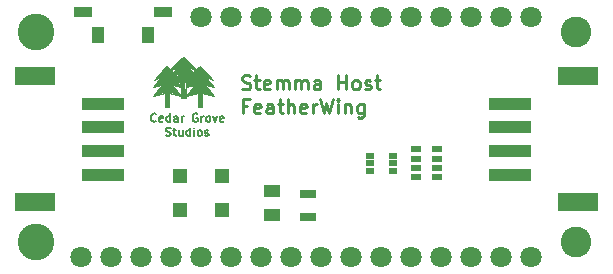
<source format=gts>
G04 #@! TF.GenerationSoftware,KiCad,Pcbnew,(5.1.6-0-10_14)*
G04 #@! TF.CreationDate,2020-07-31T12:54:26-07:00*
G04 #@! TF.ProjectId,Stemma_Host_FeatherWing,5374656d-6d61-45f4-986f-73745f466561,v03*
G04 #@! TF.SameCoordinates,Original*
G04 #@! TF.FileFunction,Soldermask,Top*
G04 #@! TF.FilePolarity,Negative*
%FSLAX46Y46*%
G04 Gerber Fmt 4.6, Leading zero omitted, Abs format (unit mm)*
G04 Created by KiCad (PCBNEW (5.1.6-0-10_14)) date 2020-07-31 12:54:26*
%MOMM*%
%LPD*%
G01*
G04 APERTURE LIST*
%ADD10C,0.240000*%
%ADD11C,0.150000*%
%ADD12C,0.100000*%
%ADD13R,0.751600X0.501600*%
%ADD14R,1.351600X1.101600*%
%ADD15C,1.801600*%
%ADD16C,2.601600*%
%ADD17C,3.101600*%
%ADD18R,1.401600X0.801600*%
%ADD19R,0.901600X0.601600*%
%ADD20R,0.901600X0.501600*%
%ADD21R,3.601600X1.101600*%
%ADD22R,3.501600X1.601600*%
%ADD23R,1.201600X1.201600*%
%ADD24R,1.001600X1.371600*%
%ADD25R,1.551600X0.901600*%
G04 APERTURE END LIST*
D10*
X127384571Y-90965714D02*
X127556000Y-91022857D01*
X127841714Y-91022857D01*
X127956000Y-90965714D01*
X128013142Y-90908571D01*
X128070285Y-90794285D01*
X128070285Y-90680000D01*
X128013142Y-90565714D01*
X127956000Y-90508571D01*
X127841714Y-90451428D01*
X127613142Y-90394285D01*
X127498857Y-90337142D01*
X127441714Y-90280000D01*
X127384571Y-90165714D01*
X127384571Y-90051428D01*
X127441714Y-89937142D01*
X127498857Y-89880000D01*
X127613142Y-89822857D01*
X127898857Y-89822857D01*
X128070285Y-89880000D01*
X128413142Y-90222857D02*
X128870285Y-90222857D01*
X128584571Y-89822857D02*
X128584571Y-90851428D01*
X128641714Y-90965714D01*
X128756000Y-91022857D01*
X128870285Y-91022857D01*
X129727428Y-90965714D02*
X129613142Y-91022857D01*
X129384571Y-91022857D01*
X129270285Y-90965714D01*
X129213142Y-90851428D01*
X129213142Y-90394285D01*
X129270285Y-90280000D01*
X129384571Y-90222857D01*
X129613142Y-90222857D01*
X129727428Y-90280000D01*
X129784571Y-90394285D01*
X129784571Y-90508571D01*
X129213142Y-90622857D01*
X130298857Y-91022857D02*
X130298857Y-90222857D01*
X130298857Y-90337142D02*
X130356000Y-90280000D01*
X130470285Y-90222857D01*
X130641714Y-90222857D01*
X130756000Y-90280000D01*
X130813142Y-90394285D01*
X130813142Y-91022857D01*
X130813142Y-90394285D02*
X130870285Y-90280000D01*
X130984571Y-90222857D01*
X131156000Y-90222857D01*
X131270285Y-90280000D01*
X131327428Y-90394285D01*
X131327428Y-91022857D01*
X131898857Y-91022857D02*
X131898857Y-90222857D01*
X131898857Y-90337142D02*
X131956000Y-90280000D01*
X132070285Y-90222857D01*
X132241714Y-90222857D01*
X132356000Y-90280000D01*
X132413142Y-90394285D01*
X132413142Y-91022857D01*
X132413142Y-90394285D02*
X132470285Y-90280000D01*
X132584571Y-90222857D01*
X132756000Y-90222857D01*
X132870285Y-90280000D01*
X132927428Y-90394285D01*
X132927428Y-91022857D01*
X134013142Y-91022857D02*
X134013142Y-90394285D01*
X133956000Y-90280000D01*
X133841714Y-90222857D01*
X133613142Y-90222857D01*
X133498857Y-90280000D01*
X134013142Y-90965714D02*
X133898857Y-91022857D01*
X133613142Y-91022857D01*
X133498857Y-90965714D01*
X133441714Y-90851428D01*
X133441714Y-90737142D01*
X133498857Y-90622857D01*
X133613142Y-90565714D01*
X133898857Y-90565714D01*
X134013142Y-90508571D01*
X135498857Y-91022857D02*
X135498857Y-89822857D01*
X135498857Y-90394285D02*
X136184571Y-90394285D01*
X136184571Y-91022857D02*
X136184571Y-89822857D01*
X136927428Y-91022857D02*
X136813142Y-90965714D01*
X136756000Y-90908571D01*
X136698857Y-90794285D01*
X136698857Y-90451428D01*
X136756000Y-90337142D01*
X136813142Y-90280000D01*
X136927428Y-90222857D01*
X137098857Y-90222857D01*
X137213142Y-90280000D01*
X137270285Y-90337142D01*
X137327428Y-90451428D01*
X137327428Y-90794285D01*
X137270285Y-90908571D01*
X137213142Y-90965714D01*
X137098857Y-91022857D01*
X136927428Y-91022857D01*
X137784571Y-90965714D02*
X137898857Y-91022857D01*
X138127428Y-91022857D01*
X138241714Y-90965714D01*
X138298857Y-90851428D01*
X138298857Y-90794285D01*
X138241714Y-90680000D01*
X138127428Y-90622857D01*
X137956000Y-90622857D01*
X137841714Y-90565714D01*
X137784571Y-90451428D01*
X137784571Y-90394285D01*
X137841714Y-90280000D01*
X137956000Y-90222857D01*
X138127428Y-90222857D01*
X138241714Y-90280000D01*
X138641714Y-90222857D02*
X139098857Y-90222857D01*
X138813142Y-89822857D02*
X138813142Y-90851428D01*
X138870285Y-90965714D01*
X138984571Y-91022857D01*
X139098857Y-91022857D01*
X127841714Y-92434285D02*
X127441714Y-92434285D01*
X127441714Y-93062857D02*
X127441714Y-91862857D01*
X128013142Y-91862857D01*
X128927428Y-93005714D02*
X128813142Y-93062857D01*
X128584571Y-93062857D01*
X128470285Y-93005714D01*
X128413142Y-92891428D01*
X128413142Y-92434285D01*
X128470285Y-92320000D01*
X128584571Y-92262857D01*
X128813142Y-92262857D01*
X128927428Y-92320000D01*
X128984571Y-92434285D01*
X128984571Y-92548571D01*
X128413142Y-92662857D01*
X130013142Y-93062857D02*
X130013142Y-92434285D01*
X129956000Y-92320000D01*
X129841714Y-92262857D01*
X129613142Y-92262857D01*
X129498857Y-92320000D01*
X130013142Y-93005714D02*
X129898857Y-93062857D01*
X129613142Y-93062857D01*
X129498857Y-93005714D01*
X129441714Y-92891428D01*
X129441714Y-92777142D01*
X129498857Y-92662857D01*
X129613142Y-92605714D01*
X129898857Y-92605714D01*
X130013142Y-92548571D01*
X130413142Y-92262857D02*
X130870285Y-92262857D01*
X130584571Y-91862857D02*
X130584571Y-92891428D01*
X130641714Y-93005714D01*
X130756000Y-93062857D01*
X130870285Y-93062857D01*
X131270285Y-93062857D02*
X131270285Y-91862857D01*
X131784571Y-93062857D02*
X131784571Y-92434285D01*
X131727428Y-92320000D01*
X131613142Y-92262857D01*
X131441714Y-92262857D01*
X131327428Y-92320000D01*
X131270285Y-92377142D01*
X132813142Y-93005714D02*
X132698857Y-93062857D01*
X132470285Y-93062857D01*
X132356000Y-93005714D01*
X132298857Y-92891428D01*
X132298857Y-92434285D01*
X132356000Y-92320000D01*
X132470285Y-92262857D01*
X132698857Y-92262857D01*
X132813142Y-92320000D01*
X132870285Y-92434285D01*
X132870285Y-92548571D01*
X132298857Y-92662857D01*
X133384571Y-93062857D02*
X133384571Y-92262857D01*
X133384571Y-92491428D02*
X133441714Y-92377142D01*
X133498857Y-92320000D01*
X133613142Y-92262857D01*
X133727428Y-92262857D01*
X134013142Y-91862857D02*
X134298857Y-93062857D01*
X134527428Y-92205714D01*
X134756000Y-93062857D01*
X135041714Y-91862857D01*
X135498857Y-93062857D02*
X135498857Y-92262857D01*
X135498857Y-91862857D02*
X135441714Y-91920000D01*
X135498857Y-91977142D01*
X135556000Y-91920000D01*
X135498857Y-91862857D01*
X135498857Y-91977142D01*
X136070285Y-92262857D02*
X136070285Y-93062857D01*
X136070285Y-92377142D02*
X136127428Y-92320000D01*
X136241714Y-92262857D01*
X136413142Y-92262857D01*
X136527428Y-92320000D01*
X136584571Y-92434285D01*
X136584571Y-93062857D01*
X137670285Y-92262857D02*
X137670285Y-93234285D01*
X137613142Y-93348571D01*
X137556000Y-93405714D01*
X137441714Y-93462857D01*
X137270285Y-93462857D01*
X137156000Y-93405714D01*
X137670285Y-93005714D02*
X137556000Y-93062857D01*
X137327428Y-93062857D01*
X137213142Y-93005714D01*
X137156000Y-92948571D01*
X137098857Y-92834285D01*
X137098857Y-92491428D01*
X137156000Y-92377142D01*
X137213142Y-92320000D01*
X137327428Y-92262857D01*
X137556000Y-92262857D01*
X137670285Y-92320000D01*
D11*
X120100000Y-93700000D02*
X120066666Y-93733333D01*
X119966666Y-93766666D01*
X119900000Y-93766666D01*
X119800000Y-93733333D01*
X119733333Y-93666666D01*
X119700000Y-93600000D01*
X119666666Y-93466666D01*
X119666666Y-93366666D01*
X119700000Y-93233333D01*
X119733333Y-93166666D01*
X119800000Y-93100000D01*
X119900000Y-93066666D01*
X119966666Y-93066666D01*
X120066666Y-93100000D01*
X120100000Y-93133333D01*
X120666666Y-93733333D02*
X120600000Y-93766666D01*
X120466666Y-93766666D01*
X120400000Y-93733333D01*
X120366666Y-93666666D01*
X120366666Y-93400000D01*
X120400000Y-93333333D01*
X120466666Y-93300000D01*
X120600000Y-93300000D01*
X120666666Y-93333333D01*
X120700000Y-93400000D01*
X120700000Y-93466666D01*
X120366666Y-93533333D01*
X121300000Y-93766666D02*
X121300000Y-93066666D01*
X121300000Y-93733333D02*
X121233333Y-93766666D01*
X121100000Y-93766666D01*
X121033333Y-93733333D01*
X121000000Y-93700000D01*
X120966666Y-93633333D01*
X120966666Y-93433333D01*
X121000000Y-93366666D01*
X121033333Y-93333333D01*
X121100000Y-93300000D01*
X121233333Y-93300000D01*
X121300000Y-93333333D01*
X121933333Y-93766666D02*
X121933333Y-93400000D01*
X121900000Y-93333333D01*
X121833333Y-93300000D01*
X121700000Y-93300000D01*
X121633333Y-93333333D01*
X121933333Y-93733333D02*
X121866666Y-93766666D01*
X121700000Y-93766666D01*
X121633333Y-93733333D01*
X121600000Y-93666666D01*
X121600000Y-93600000D01*
X121633333Y-93533333D01*
X121700000Y-93500000D01*
X121866666Y-93500000D01*
X121933333Y-93466666D01*
X122266666Y-93766666D02*
X122266666Y-93300000D01*
X122266666Y-93433333D02*
X122300000Y-93366666D01*
X122333333Y-93333333D01*
X122400000Y-93300000D01*
X122466666Y-93300000D01*
X123600000Y-93100000D02*
X123533333Y-93066666D01*
X123433333Y-93066666D01*
X123333333Y-93100000D01*
X123266666Y-93166666D01*
X123233333Y-93233333D01*
X123200000Y-93366666D01*
X123200000Y-93466666D01*
X123233333Y-93600000D01*
X123266666Y-93666666D01*
X123333333Y-93733333D01*
X123433333Y-93766666D01*
X123500000Y-93766666D01*
X123600000Y-93733333D01*
X123633333Y-93700000D01*
X123633333Y-93466666D01*
X123500000Y-93466666D01*
X123933333Y-93766666D02*
X123933333Y-93300000D01*
X123933333Y-93433333D02*
X123966666Y-93366666D01*
X124000000Y-93333333D01*
X124066666Y-93300000D01*
X124133333Y-93300000D01*
X124466666Y-93766666D02*
X124400000Y-93733333D01*
X124366666Y-93700000D01*
X124333333Y-93633333D01*
X124333333Y-93433333D01*
X124366666Y-93366666D01*
X124400000Y-93333333D01*
X124466666Y-93300000D01*
X124566666Y-93300000D01*
X124633333Y-93333333D01*
X124666666Y-93366666D01*
X124700000Y-93433333D01*
X124700000Y-93633333D01*
X124666666Y-93700000D01*
X124633333Y-93733333D01*
X124566666Y-93766666D01*
X124466666Y-93766666D01*
X124933333Y-93300000D02*
X125100000Y-93766666D01*
X125266666Y-93300000D01*
X125800000Y-93733333D02*
X125733333Y-93766666D01*
X125600000Y-93766666D01*
X125533333Y-93733333D01*
X125500000Y-93666666D01*
X125500000Y-93400000D01*
X125533333Y-93333333D01*
X125600000Y-93300000D01*
X125733333Y-93300000D01*
X125800000Y-93333333D01*
X125833333Y-93400000D01*
X125833333Y-93466666D01*
X125500000Y-93533333D01*
X120950000Y-94933333D02*
X121050000Y-94966666D01*
X121216666Y-94966666D01*
X121283333Y-94933333D01*
X121316666Y-94900000D01*
X121350000Y-94833333D01*
X121350000Y-94766666D01*
X121316666Y-94700000D01*
X121283333Y-94666666D01*
X121216666Y-94633333D01*
X121083333Y-94600000D01*
X121016666Y-94566666D01*
X120983333Y-94533333D01*
X120950000Y-94466666D01*
X120950000Y-94400000D01*
X120983333Y-94333333D01*
X121016666Y-94300000D01*
X121083333Y-94266666D01*
X121250000Y-94266666D01*
X121350000Y-94300000D01*
X121550000Y-94500000D02*
X121816666Y-94500000D01*
X121650000Y-94266666D02*
X121650000Y-94866666D01*
X121683333Y-94933333D01*
X121750000Y-94966666D01*
X121816666Y-94966666D01*
X122350000Y-94500000D02*
X122350000Y-94966666D01*
X122050000Y-94500000D02*
X122050000Y-94866666D01*
X122083333Y-94933333D01*
X122150000Y-94966666D01*
X122250000Y-94966666D01*
X122316666Y-94933333D01*
X122350000Y-94900000D01*
X122983333Y-94966666D02*
X122983333Y-94266666D01*
X122983333Y-94933333D02*
X122916666Y-94966666D01*
X122783333Y-94966666D01*
X122716666Y-94933333D01*
X122683333Y-94900000D01*
X122650000Y-94833333D01*
X122650000Y-94633333D01*
X122683333Y-94566666D01*
X122716666Y-94533333D01*
X122783333Y-94500000D01*
X122916666Y-94500000D01*
X122983333Y-94533333D01*
X123316666Y-94966666D02*
X123316666Y-94500000D01*
X123316666Y-94266666D02*
X123283333Y-94300000D01*
X123316666Y-94333333D01*
X123350000Y-94300000D01*
X123316666Y-94266666D01*
X123316666Y-94333333D01*
X123750000Y-94966666D02*
X123683333Y-94933333D01*
X123650000Y-94900000D01*
X123616666Y-94833333D01*
X123616666Y-94633333D01*
X123650000Y-94566666D01*
X123683333Y-94533333D01*
X123750000Y-94500000D01*
X123850000Y-94500000D01*
X123916666Y-94533333D01*
X123950000Y-94566666D01*
X123983333Y-94633333D01*
X123983333Y-94833333D01*
X123950000Y-94900000D01*
X123916666Y-94933333D01*
X123850000Y-94966666D01*
X123750000Y-94966666D01*
X124250000Y-94933333D02*
X124316666Y-94966666D01*
X124450000Y-94966666D01*
X124516666Y-94933333D01*
X124550000Y-94866666D01*
X124550000Y-94833333D01*
X124516666Y-94766666D01*
X124450000Y-94733333D01*
X124350000Y-94733333D01*
X124283333Y-94700000D01*
X124250000Y-94633333D01*
X124250000Y-94600000D01*
X124283333Y-94533333D01*
X124350000Y-94500000D01*
X124450000Y-94500000D01*
X124516666Y-94533333D01*
D12*
X121808000Y-90104000D02*
X121718000Y-90194000D01*
X122058000Y-89774000D02*
X121918000Y-89954000D01*
X121818000Y-89904000D02*
X122058000Y-89774000D01*
X122058000Y-89134000D02*
X121608000Y-89604000D01*
X122918000Y-89944000D02*
X122848000Y-89864000D01*
X122828000Y-89124000D02*
X123418000Y-89354000D01*
X122408000Y-88274000D02*
X121368000Y-89314000D01*
X121398000Y-89384000D02*
X122028000Y-89124000D01*
X123128000Y-90194000D02*
X123058000Y-90114000D01*
X122628000Y-90524000D02*
X122778000Y-90584000D01*
X122078000Y-90594000D02*
X122228000Y-90524000D01*
X123278000Y-89604000D02*
X122828000Y-89124000D01*
X123458000Y-89334000D02*
X122458000Y-88264000D01*
X122228000Y-90524000D02*
X122228000Y-91724000D01*
X122228000Y-91724000D02*
X122628000Y-91724000D01*
X122828000Y-89824000D02*
X122998000Y-89874000D01*
X122628000Y-91724000D02*
X122628000Y-90524000D01*
X121228000Y-91324000D02*
X122228000Y-91624000D01*
X119828000Y-90824000D02*
X120628000Y-90624000D01*
X119828000Y-91624000D02*
X120828000Y-91324000D01*
X120628000Y-90624000D02*
X119828000Y-91624000D01*
X121028000Y-89024000D02*
X119928000Y-90224000D01*
X119928000Y-90224000D02*
X120628000Y-89924000D01*
X120628000Y-89924000D02*
X119828000Y-90824000D01*
X121428000Y-90624000D02*
X122228000Y-90824000D01*
X122228000Y-90824000D02*
X121428000Y-89924000D01*
X122128000Y-90224000D02*
X121028000Y-89024000D01*
X121428000Y-89924000D02*
X122128000Y-90224000D01*
X121228000Y-92524000D02*
X121228000Y-91324000D01*
X120828000Y-92524000D02*
X121228000Y-92524000D01*
X122228000Y-91624000D02*
X121428000Y-90624000D01*
X120828000Y-91324000D02*
X120828000Y-92524000D01*
X122628000Y-91624000D02*
X123628000Y-91324000D01*
X123428000Y-90624000D02*
X122628000Y-91624000D01*
X122628000Y-90824000D02*
X123428000Y-90624000D01*
X123428000Y-89924000D02*
X122628000Y-90824000D01*
X122728000Y-90224000D02*
X123428000Y-89924000D01*
X123828000Y-89024000D02*
X122728000Y-90224000D01*
X124928000Y-90224000D02*
X123828000Y-89024000D01*
X124228000Y-89924000D02*
X124928000Y-90224000D01*
X125028000Y-90824000D02*
X124228000Y-89924000D01*
X124228000Y-90624000D02*
X125028000Y-90824000D01*
X125028000Y-91624000D02*
X124228000Y-90624000D01*
X124028000Y-91324000D02*
X125028000Y-91624000D01*
X124028000Y-92524000D02*
X124028000Y-91324000D01*
X123628000Y-92524000D02*
X124028000Y-92524000D01*
X123628000Y-91324000D02*
X123628000Y-92524000D01*
D11*
G36*
X121018000Y-89144000D02*
G01*
X120188000Y-90044000D01*
X120758000Y-89844000D01*
X120008000Y-90714000D01*
X120738000Y-90554000D01*
X119988000Y-91514000D01*
X120907000Y-91186000D01*
X120907000Y-92456000D01*
X121161000Y-92456000D01*
X121161000Y-91186000D01*
X122108000Y-91534000D01*
X121258000Y-90524000D01*
X122068000Y-90724000D01*
X121288000Y-89864000D01*
X121848000Y-90004000D01*
X121018000Y-89144000D01*
G37*
X121018000Y-89144000D02*
X120188000Y-90044000D01*
X120758000Y-89844000D01*
X120008000Y-90714000D01*
X120738000Y-90554000D01*
X119988000Y-91514000D01*
X120907000Y-91186000D01*
X120907000Y-92456000D01*
X121161000Y-92456000D01*
X121161000Y-91186000D01*
X122108000Y-91534000D01*
X121258000Y-90524000D01*
X122068000Y-90724000D01*
X121288000Y-89864000D01*
X121848000Y-90004000D01*
X121018000Y-89144000D01*
G36*
X123828000Y-89114000D02*
G01*
X122908000Y-90104000D01*
X123638000Y-89764000D01*
X122768000Y-90744000D01*
X123558000Y-90554000D01*
X122778000Y-91534000D01*
X123698000Y-91254000D01*
X123698000Y-92474000D01*
X123978000Y-92464000D01*
X123978000Y-91244000D01*
X124888000Y-91534000D01*
X124128000Y-90554000D01*
X124918000Y-90754000D01*
X124068000Y-89804000D01*
X124738000Y-90094000D01*
X123828000Y-89114000D01*
G37*
X123828000Y-89114000D02*
X122908000Y-90104000D01*
X123638000Y-89764000D01*
X122768000Y-90744000D01*
X123558000Y-90554000D01*
X122778000Y-91534000D01*
X123698000Y-91254000D01*
X123698000Y-92474000D01*
X123978000Y-92464000D01*
X123978000Y-91244000D01*
X124888000Y-91534000D01*
X124128000Y-90554000D01*
X124918000Y-90754000D01*
X124068000Y-89804000D01*
X124738000Y-90094000D01*
X123828000Y-89114000D01*
G36*
X122418000Y-88344000D02*
G01*
X121438000Y-89304000D01*
X122238000Y-88984000D01*
X121418000Y-89924000D01*
X122258000Y-89674000D01*
X121328000Y-90784000D01*
X122328000Y-90344000D01*
X122328000Y-91654000D01*
X122548000Y-91654000D01*
X122508000Y-90354000D01*
X123498000Y-90854000D01*
X122718000Y-89764000D01*
X123488000Y-89934000D01*
X122558000Y-88914000D01*
X123358000Y-89274000D01*
X122418000Y-88344000D01*
G37*
X122418000Y-88344000D02*
X121438000Y-89304000D01*
X122238000Y-88984000D01*
X121418000Y-89924000D01*
X122258000Y-89674000D01*
X121328000Y-90784000D01*
X122328000Y-90344000D01*
X122328000Y-91654000D01*
X122548000Y-91654000D01*
X122508000Y-90354000D01*
X123498000Y-90854000D01*
X122718000Y-89764000D01*
X123488000Y-89934000D01*
X122558000Y-88914000D01*
X123358000Y-89274000D01*
X122418000Y-88344000D01*
D13*
X138242000Y-96632000D03*
X138242000Y-97932000D03*
X140142000Y-97282000D03*
X138242000Y-97282000D03*
X140142000Y-97932000D03*
X140142000Y-96632000D03*
D14*
X129880683Y-99658746D03*
X129880683Y-101658746D03*
D15*
X113715001Y-105206001D03*
X116255001Y-105206001D03*
X118795001Y-105206001D03*
X121335001Y-105206001D03*
X123875001Y-105206001D03*
X126415001Y-105206001D03*
X128955001Y-105206001D03*
X131495001Y-105206001D03*
X134035001Y-105206001D03*
X136575001Y-105206001D03*
X139115001Y-105206001D03*
X141655001Y-105206001D03*
X144195001Y-105206001D03*
X146735001Y-105206001D03*
X149275001Y-105206001D03*
X151815001Y-105206001D03*
X123875001Y-84886001D03*
X126415001Y-84886001D03*
X128955001Y-84886001D03*
X131495001Y-84886001D03*
X134035001Y-84886001D03*
X136575001Y-84886001D03*
X139115001Y-84886001D03*
X141655001Y-84886001D03*
X144195001Y-84886001D03*
X146735001Y-84886001D03*
X149275001Y-84886001D03*
X151815001Y-84886001D03*
D16*
X155625001Y-86156001D03*
X155625001Y-103936001D03*
D17*
X109905001Y-103936001D03*
X109905001Y-86156001D03*
D18*
X132969000Y-99908746D03*
X132969000Y-101808746D03*
D19*
X143902000Y-98482000D03*
D20*
X143902000Y-97682000D03*
D19*
X143902000Y-96082000D03*
D20*
X143902000Y-96882000D03*
D19*
X142102000Y-98482000D03*
D20*
X142102000Y-96882000D03*
X142102000Y-97682000D03*
D19*
X142102000Y-96082000D03*
D21*
X115625000Y-92250000D03*
X115625000Y-94250000D03*
X115625000Y-96250000D03*
X115625000Y-98250000D03*
D22*
X109875000Y-89900000D03*
X109875000Y-100600000D03*
X155825000Y-89900000D03*
X155825000Y-100600000D03*
D21*
X150075000Y-92250000D03*
X150075000Y-94250000D03*
X150075000Y-96250000D03*
X150075000Y-98250000D03*
D23*
X122100000Y-98400000D03*
X122100000Y-101200000D03*
X125700000Y-101200000D03*
X125700000Y-98400000D03*
D24*
X119400000Y-86400000D03*
X115200000Y-86400000D03*
D25*
X113950000Y-84500000D03*
X120650000Y-84500000D03*
M02*

</source>
